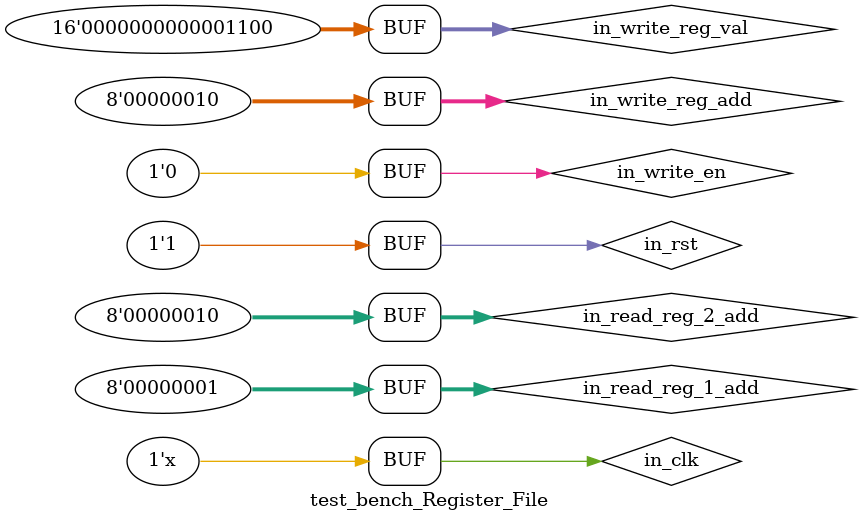
<source format=v>
`timescale 1ns / 1ps
module test_bench_Register_File;

	// Inputs
	reg [7:0] in_read_reg_1_add;
	reg [7:0] in_read_reg_2_add;
	reg [7:0] in_write_reg_add;
	reg [15:0] in_write_reg_val;
	reg in_write_en;
	reg in_clk;
	reg in_rst;

	// Outputs
	wire [15:0] out_reg_1_val;
	wire [15:0] out_reg_2_val;

	// Instantiate the Unit Under Test (UUT)
	Register_File uut (
		.in_read_reg_1_add(in_read_reg_1_add), 
		.in_read_reg_2_add(in_read_reg_2_add), 
		.in_write_reg_add(in_write_reg_add), 
		.in_write_reg_val(in_write_reg_val), 
		.in_write_en(in_write_en), 
		.in_clk(in_clk), 
		.in_rst(in_rst), 
		.out_reg_1_val(out_reg_1_val), 
		.out_reg_2_val(out_reg_2_val)
	);

	initial begin
		// Initialize Inputs
		in_read_reg_1_add = 0;
		in_read_reg_2_add = 0;
		in_write_reg_add = 0;
		in_write_reg_val = 0;
		in_write_en = 0;
		in_clk = 0;
		in_rst = 0;
		#5 in_rst = 1;
		// Wait 100 ns for global reset to finish
		
		in_write_reg_add = 0; in_write_en = 1; in_write_reg_val = 10;
		#10 in_write_reg_add = 1; in_write_en = 1; in_write_reg_val = 11;
		#10 in_write_reg_add = 2; in_write_en = 1; in_write_reg_val = 12;
      #10 in_read_reg_1_add = 0; in_read_reg_2_add = 1; in_write_en = 0;
		#10 in_read_reg_1_add = 1; in_read_reg_2_add = 2; in_write_en = 0;
		// Add stimulus here

	end
	
	always
	#5 in_clk = ~in_clk;
      
endmodule


</source>
